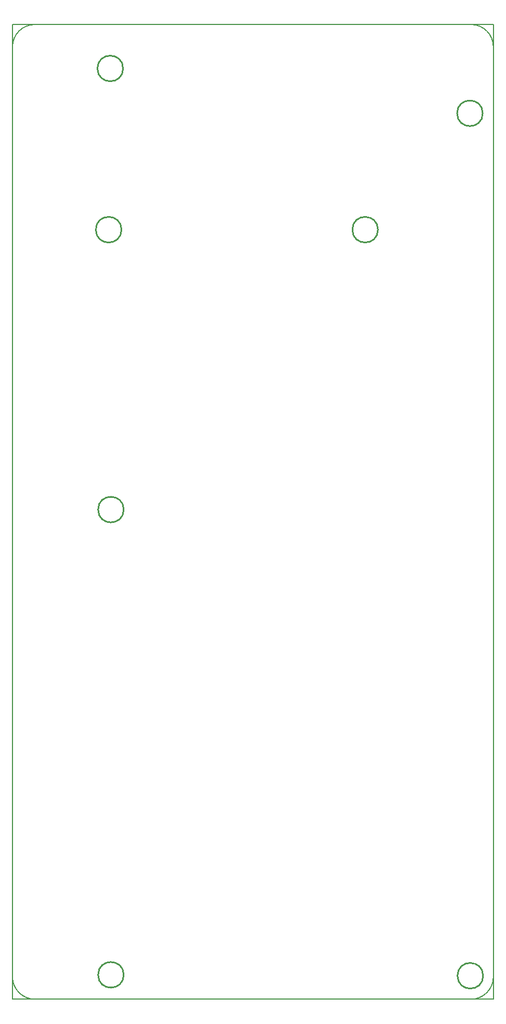
<source format=gbp>
%FSLAX24Y24*%
%MOIN*%
G70*
G01*
G75*
G04 Layer_Color=128*
%ADD10C,0.0394*%
%ADD11R,0.0500X0.0400*%
%ADD12R,0.0400X0.0500*%
%ADD13O,0.0800X0.0300*%
%ADD14R,0.0800X0.0300*%
%ADD15R,0.1339X0.0700*%
%ADD16R,0.1339X0.0472*%
%ADD17R,0.1339X0.0472*%
G04:AMPARAMS|DCode=18|XSize=40mil|YSize=50mil|CornerRadius=0mil|HoleSize=0mil|Usage=FLASHONLY|Rotation=135.000|XOffset=0mil|YOffset=0mil|HoleType=Round|Shape=Rectangle|*
%AMROTATEDRECTD18*
4,1,4,0.0318,0.0035,-0.0035,-0.0318,-0.0318,-0.0035,0.0035,0.0318,0.0318,0.0035,0.0*
%
%ADD18ROTATEDRECTD18*%

%ADD19O,0.0160X0.1000*%
%ADD20O,0.1000X0.0160*%
%ADD21O,0.0300X0.0800*%
%ADD22R,0.0300X0.0800*%
%ADD23O,0.0240X0.0800*%
%ADD24C,0.0300*%
%ADD25C,0.0150*%
%ADD26C,0.0120*%
%ADD27C,0.0200*%
%ADD28C,0.0050*%
%ADD29C,0.0100*%
%ADD30C,0.0650*%
%ADD31C,0.0709*%
%ADD32O,0.0709X0.0550*%
%ADD33C,0.0500*%
%ADD34C,0.0591*%
%ADD35C,0.0787*%
%ADD36C,0.0787*%
%ADD37O,0.0980X0.1020*%
%ADD38C,0.0600*%
%ADD39C,0.0250*%
%ADD40C,0.0984*%
%ADD41C,0.0080*%
%ADD42C,0.0060*%
%ADD43C,0.0061*%
%ADD44C,0.0079*%
%ADD45R,0.1575X0.0153*%
%ADD46C,0.0866*%
%ADD47C,0.0474*%
%ADD48R,0.0580X0.0480*%
%ADD49R,0.0480X0.0580*%
%ADD50O,0.0880X0.0380*%
%ADD51R,0.0880X0.0380*%
%ADD52R,0.1419X0.0780*%
%ADD53R,0.1419X0.0552*%
%ADD54R,0.1419X0.0552*%
G04:AMPARAMS|DCode=55|XSize=48mil|YSize=58mil|CornerRadius=0mil|HoleSize=0mil|Usage=FLASHONLY|Rotation=135.000|XOffset=0mil|YOffset=0mil|HoleType=Round|Shape=Rectangle|*
%AMROTATEDRECTD55*
4,1,4,0.0375,0.0035,-0.0035,-0.0375,-0.0375,-0.0035,0.0035,0.0375,0.0375,0.0035,0.0*
%
%ADD55ROTATEDRECTD55*%

%ADD56O,0.0240X0.1080*%
%ADD57O,0.1080X0.0240*%
%ADD58O,0.0380X0.0880*%
%ADD59R,0.0380X0.0880*%
%ADD60O,0.0320X0.0880*%
%ADD61C,0.0730*%
%ADD62C,0.0789*%
%ADD63O,0.0789X0.0630*%
%ADD64C,0.0580*%
%ADD65C,0.0671*%
%ADD66C,0.0867*%
%ADD67C,0.0867*%
%ADD68O,0.1060X0.1100*%
%ADD69C,0.0680*%
%ADD70C,0.1064*%
D28*
X28150Y0D02*
G03*
X29528Y1378I0J1378D01*
G01*
X0D02*
G03*
X1378Y0I1378J0D01*
G01*
X29528Y58465D02*
G03*
X28150Y59843I-1378J0D01*
G01*
X1378D02*
G03*
X0Y58465I0J-1378D01*
G01*
Y59843D02*
X29528D01*
Y0D02*
Y59843D01*
X28560Y0D02*
X29528D01*
X0D02*
X28560D01*
X0D02*
Y59843D01*
D29*
X6831Y1496D02*
G03*
X6831Y1496I-787J0D01*
G01*
Y30059D02*
G03*
X6831Y30059I-787J0D01*
G01*
X6792Y57140D02*
G03*
X6792Y57140I-787J0D01*
G01*
X22441Y47244D02*
G03*
X22441Y47244I-787J0D01*
G01*
X28898Y1441D02*
G03*
X28898Y1441I-787J0D01*
G01*
X28874Y54390D02*
G03*
X28874Y54390I-787J0D01*
G01*
X6693Y47244D02*
G03*
X6693Y47244I-787J0D01*
G01*
M02*

</source>
